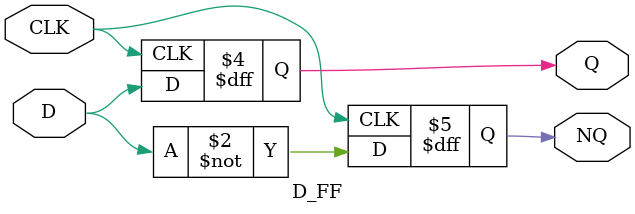
<source format=v>
`timescale 1ns / 1ps

module D_FF(Q,NQ,D,CLK);
input D,CLK;
output Q,NQ;
reg Q,NQ;
initial begin
Q=0;
NQ=0;
end
always @(posedge CLK) begin
    Q <= D;
    NQ <= ~D;
end
endmodule

</source>
